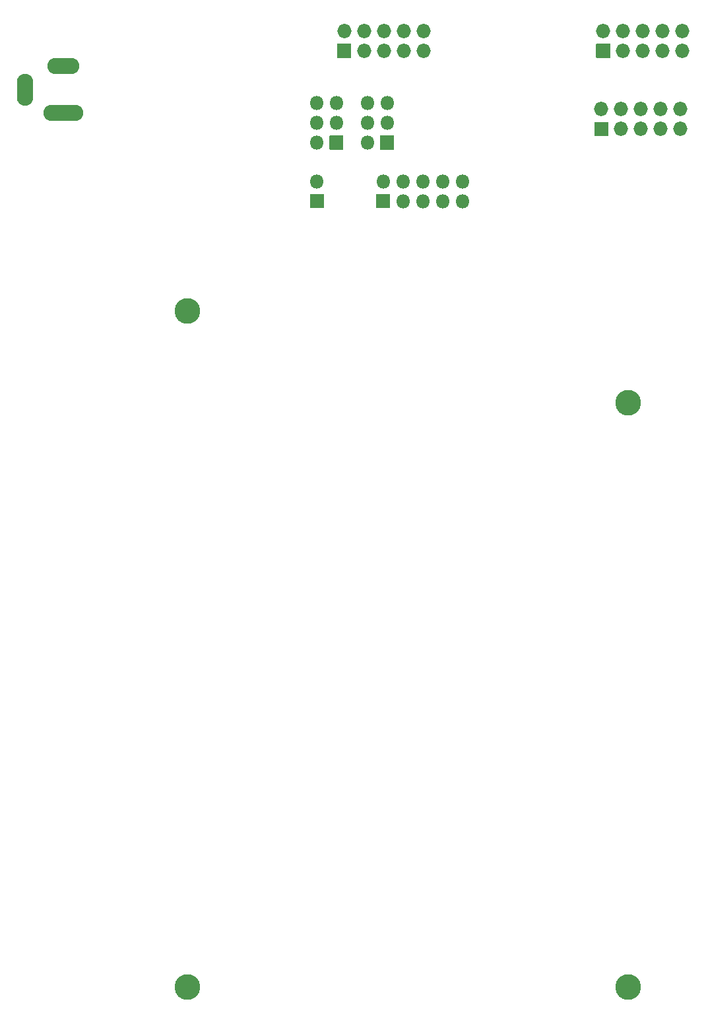
<source format=gbs>
G04 #@! TF.GenerationSoftware,KiCad,Pcbnew,5.1.8-5.1.8*
G04 #@! TF.CreationDate,2021-01-07T16:38:59+01:00*
G04 #@! TF.ProjectId,gpsdo-connector,67707364-6f2d-4636-9f6e-6e6563746f72,rev?*
G04 #@! TF.SameCoordinates,PX7ed6b40PY5742de0*
G04 #@! TF.FileFunction,Soldermask,Bot*
G04 #@! TF.FilePolarity,Negative*
%FSLAX46Y46*%
G04 Gerber Fmt 4.6, Leading zero omitted, Abs format (unit mm)*
G04 Created by KiCad (PCBNEW 5.1.8-5.1.8) date 2021-01-07 16:38:59*
%MOMM*%
%LPD*%
G01*
G04 APERTURE LIST*
%ADD10C,3.302000*%
%ADD11O,1.829200X1.829200*%
%ADD12O,1.802000X1.802000*%
%ADD13O,4.102000X2.102000*%
%ADD14O,2.102000X4.102000*%
%ADD15O,5.102000X2.102000*%
G04 APERTURE END LIST*
D10*
X82200000Y-126000000D03*
X25600000Y-126000000D03*
X82200000Y-51150000D03*
X25600000Y-39350000D03*
D11*
X55910000Y-3460000D03*
X55910000Y-6000000D03*
X53370000Y-3460000D03*
X53370000Y-6000000D03*
X50830000Y-3460000D03*
X50830000Y-6000000D03*
X48290000Y-3460000D03*
X48290000Y-6000000D03*
X45750000Y-3460000D03*
G36*
G01*
X46613600Y-6914600D02*
X44886400Y-6914600D01*
G75*
G02*
X44835400Y-6863600I0J51000D01*
G01*
X44835400Y-5136400D01*
G75*
G02*
X44886400Y-5085400I51000J0D01*
G01*
X46613600Y-5085400D01*
G75*
G02*
X46664600Y-5136400I0J-51000D01*
G01*
X46664600Y-6863600D01*
G75*
G02*
X46613600Y-6914600I-51000J0D01*
G01*
G37*
D12*
X60910000Y-22710000D03*
X60910000Y-25250000D03*
X58370000Y-22710000D03*
X58370000Y-25250000D03*
X55830000Y-22710000D03*
X55830000Y-25250000D03*
X53290000Y-22710000D03*
X53290000Y-25250000D03*
X50750000Y-22710000D03*
G36*
G01*
X51600000Y-26151000D02*
X49900000Y-26151000D01*
G75*
G02*
X49849000Y-26100000I0J51000D01*
G01*
X49849000Y-24400000D01*
G75*
G02*
X49900000Y-24349000I51000J0D01*
G01*
X51600000Y-24349000D01*
G75*
G02*
X51651000Y-24400000I0J-51000D01*
G01*
X51651000Y-26100000D01*
G75*
G02*
X51600000Y-26151000I-51000J0D01*
G01*
G37*
X48710000Y-12670000D03*
X51250000Y-12670000D03*
X48710000Y-15210000D03*
X51250000Y-15210000D03*
X48710000Y-17750000D03*
G36*
G01*
X52151000Y-16900000D02*
X52151000Y-18600000D01*
G75*
G02*
X52100000Y-18651000I-51000J0D01*
G01*
X50400000Y-18651000D01*
G75*
G02*
X50349000Y-18600000I0J51000D01*
G01*
X50349000Y-16900000D01*
G75*
G02*
X50400000Y-16849000I51000J0D01*
G01*
X52100000Y-16849000D01*
G75*
G02*
X52151000Y-16900000I0J-51000D01*
G01*
G37*
D11*
X88910000Y-13460000D03*
X88910000Y-16000000D03*
X86370000Y-13460000D03*
X86370000Y-16000000D03*
X83830000Y-13460000D03*
X83830000Y-16000000D03*
X81290000Y-13460000D03*
X81290000Y-16000000D03*
X78750000Y-13460000D03*
G36*
G01*
X79613600Y-16914600D02*
X77886400Y-16914600D01*
G75*
G02*
X77835400Y-16863600I0J51000D01*
G01*
X77835400Y-15136400D01*
G75*
G02*
X77886400Y-15085400I51000J0D01*
G01*
X79613600Y-15085400D01*
G75*
G02*
X79664600Y-15136400I0J-51000D01*
G01*
X79664600Y-16863600D01*
G75*
G02*
X79613600Y-16914600I-51000J0D01*
G01*
G37*
D13*
X9700000Y-7900000D03*
D14*
X4800000Y-10950000D03*
D15*
X9700000Y-13900000D03*
D12*
X42210000Y-12670000D03*
X44750000Y-12670000D03*
X42210000Y-15210000D03*
X44750000Y-15210000D03*
X42210000Y-17750000D03*
G36*
G01*
X45651000Y-16900000D02*
X45651000Y-18600000D01*
G75*
G02*
X45600000Y-18651000I-51000J0D01*
G01*
X43900000Y-18651000D01*
G75*
G02*
X43849000Y-18600000I0J51000D01*
G01*
X43849000Y-16900000D01*
G75*
G02*
X43900000Y-16849000I51000J0D01*
G01*
X45600000Y-16849000D01*
G75*
G02*
X45651000Y-16900000I0J-51000D01*
G01*
G37*
D11*
X89160000Y-3460000D03*
X89160000Y-6000000D03*
X86620000Y-3460000D03*
X86620000Y-6000000D03*
X84080000Y-3460000D03*
X84080000Y-6000000D03*
X81540000Y-3460000D03*
X81540000Y-6000000D03*
X79000000Y-3460000D03*
G36*
G01*
X79863600Y-6914600D02*
X78136400Y-6914600D01*
G75*
G02*
X78085400Y-6863600I0J51000D01*
G01*
X78085400Y-5136400D01*
G75*
G02*
X78136400Y-5085400I51000J0D01*
G01*
X79863600Y-5085400D01*
G75*
G02*
X79914600Y-5136400I0J-51000D01*
G01*
X79914600Y-6863600D01*
G75*
G02*
X79863600Y-6914600I-51000J0D01*
G01*
G37*
D12*
X42250000Y-22710000D03*
G36*
G01*
X43151000Y-24400000D02*
X43151000Y-26100000D01*
G75*
G02*
X43100000Y-26151000I-51000J0D01*
G01*
X41400000Y-26151000D01*
G75*
G02*
X41349000Y-26100000I0J51000D01*
G01*
X41349000Y-24400000D01*
G75*
G02*
X41400000Y-24349000I51000J0D01*
G01*
X43100000Y-24349000D01*
G75*
G02*
X43151000Y-24400000I0J-51000D01*
G01*
G37*
M02*

</source>
